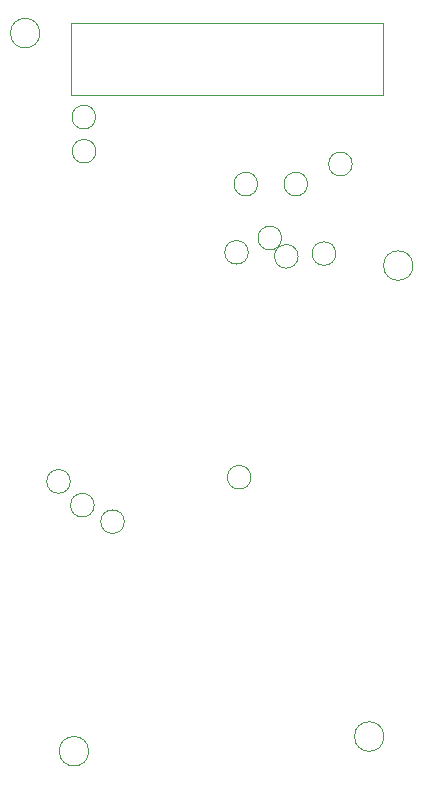
<source format=gbr>
G04 #@! TF.GenerationSoftware,KiCad,Pcbnew,(5.1.10)-1*
G04 #@! TF.CreationDate,2022-03-11T13:30:57+05:30*
G04 #@! TF.ProjectId,P-1000072_Cicada Wi-Fi,502d3130-3030-4303-9732-5f4369636164,0.1*
G04 #@! TF.SameCoordinates,PX7cee6c0PY3dfd240*
G04 #@! TF.FileFunction,Other,User*
%FSLAX46Y46*%
G04 Gerber Fmt 4.6, Leading zero omitted, Abs format (unit mm)*
G04 Created by KiCad (PCBNEW (5.1.10)-1) date 2022-03-11 13:30:57*
%MOMM*%
%LPD*%
G01*
G04 APERTURE LIST*
%ADD10C,0.050000*%
G04 APERTURE END LIST*
D10*
X-11130000Y-4900000D02*
G75*
G03*
X-11130000Y-4900000I-1000000J0D01*
G01*
X6820000Y-10570000D02*
G75*
G03*
X6820000Y-10570000I-1000000J0D01*
G01*
X-11110000Y-7790000D02*
G75*
G03*
X-11110000Y-7790000I-1000000J0D01*
G01*
X2590000Y-10570000D02*
G75*
G03*
X2590000Y-10570000I-1000000J0D01*
G01*
X1797560Y-16347440D02*
G75*
G03*
X1797560Y-16347440I-1000000J0D01*
G01*
X-13269720Y-35745420D02*
G75*
G03*
X-13269720Y-35745420I-1000000J0D01*
G01*
X-11255500Y-37754560D02*
G75*
G03*
X-11255500Y-37754560I-1000000J0D01*
G01*
X-8697720Y-39151560D02*
G75*
G03*
X-8697720Y-39151560I-1000000J0D01*
G01*
X4622040Y-15138400D02*
G75*
G03*
X4622040Y-15138400I-1000000J0D01*
G01*
X6008880Y-16687800D02*
G75*
G03*
X6008880Y-16687800I-1000000J0D01*
G01*
X15740000Y-17470000D02*
G75*
G03*
X15740000Y-17470000I-1250000J0D01*
G01*
X10600000Y-8870000D02*
G75*
G03*
X10600000Y-8870000I-1000000J0D01*
G01*
X13195400Y3044600D02*
X-13204600Y3044600D01*
X13195400Y-3055400D02*
X13195400Y3044600D01*
X-13204600Y-3055400D02*
X13195400Y-3055400D01*
X-13204600Y3044600D02*
X-13204600Y-3055400D01*
X2020000Y-35390000D02*
G75*
G03*
X2020000Y-35390000I-1000000J0D01*
G01*
X9204200Y-16454120D02*
G75*
G03*
X9204200Y-16454120I-1000000J0D01*
G01*
X13281980Y-57343040D02*
G75*
G03*
X13281980Y-57343040I-1250000J0D01*
G01*
X-11714160Y-58587640D02*
G75*
G03*
X-11714160Y-58587640I-1250000J0D01*
G01*
X-15846740Y2212340D02*
G75*
G03*
X-15846740Y2212340I-1250000J0D01*
G01*
M02*

</source>
